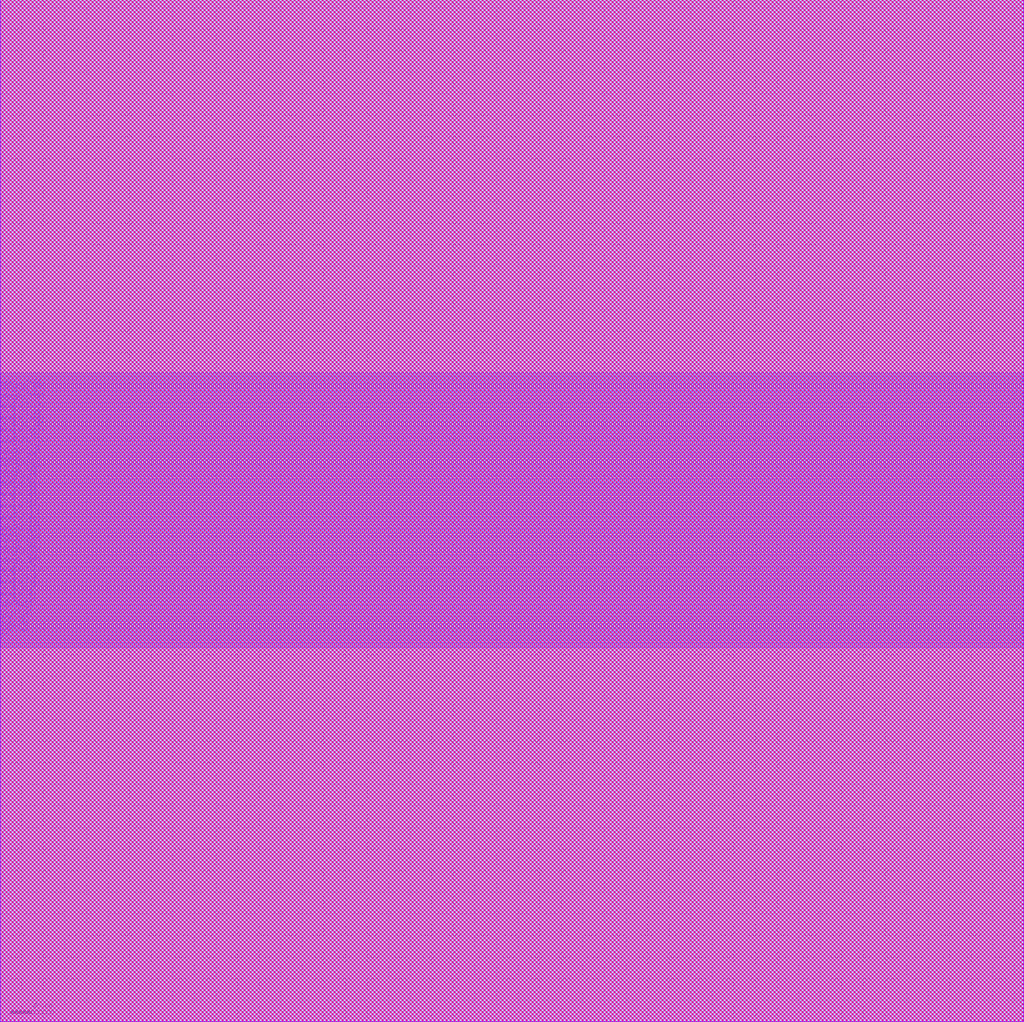
<source format=lef>
##
## LEF for PtnCells ;
## created by Innovus v19.17-s077_1 on Wed Mar 22 20:50:28 2023
##

VERSION 5.8 ;

BUSBITCHARS "[]" ;
DIVIDERCHAR "/" ;

MACRO fullchip
  CLASS BLOCK ;
  SIZE 474.400000 BY 473.600000 ;
  FOREIGN fullchip 0.000000 0.000000 ;
  ORIGIN 0 0 ;
  SYMMETRY X Y R90 ;
  PIN clk
    DIRECTION INPUT ;
    USE SIGNAL ;
    PORT
      LAYER M3 ;
        RECT 0.000000 178.150000 0.600000 178.250000 ;
    END
  END clk
  PIN mem_in[127]
    DIRECTION INPUT ;
    USE SIGNAL ;
    PORT
      LAYER M3 ;
        RECT 0.000000 294.150000 0.600000 294.250000 ;
    END
  END mem_in[127]
  PIN mem_in[126]
    DIRECTION INPUT ;
    USE SIGNAL ;
    PORT
      LAYER M3 ;
        RECT 0.000000 293.350000 0.600000 293.450000 ;
    END
  END mem_in[126]
  PIN mem_in[125]
    DIRECTION INPUT ;
    USE SIGNAL ;
    PORT
      LAYER M3 ;
        RECT 0.000000 292.550000 0.600000 292.650000 ;
    END
  END mem_in[125]
  PIN mem_in[124]
    DIRECTION INPUT ;
    USE SIGNAL ;
    PORT
      LAYER M3 ;
        RECT 0.000000 291.750000 0.600000 291.850000 ;
    END
  END mem_in[124]
  PIN mem_in[123]
    DIRECTION INPUT ;
    USE SIGNAL ;
    PORT
      LAYER M3 ;
        RECT 0.000000 290.950000 0.600000 291.050000 ;
    END
  END mem_in[123]
  PIN mem_in[122]
    DIRECTION INPUT ;
    USE SIGNAL ;
    PORT
      LAYER M3 ;
        RECT 0.000000 290.150000 0.600000 290.250000 ;
    END
  END mem_in[122]
  PIN mem_in[121]
    DIRECTION INPUT ;
    USE SIGNAL ;
    PORT
      LAYER M3 ;
        RECT 0.000000 289.350000 0.600000 289.450000 ;
    END
  END mem_in[121]
  PIN mem_in[120]
    DIRECTION INPUT ;
    USE SIGNAL ;
    PORT
      LAYER M3 ;
        RECT 0.000000 288.550000 0.600000 288.650000 ;
    END
  END mem_in[120]
  PIN mem_in[119]
    DIRECTION INPUT ;
    USE SIGNAL ;
    PORT
      LAYER M3 ;
        RECT 0.000000 287.750000 0.600000 287.850000 ;
    END
  END mem_in[119]
  PIN mem_in[118]
    DIRECTION INPUT ;
    USE SIGNAL ;
    PORT
      LAYER M3 ;
        RECT 0.000000 286.950000 0.600000 287.050000 ;
    END
  END mem_in[118]
  PIN mem_in[117]
    DIRECTION INPUT ;
    USE SIGNAL ;
    PORT
      LAYER M3 ;
        RECT 0.000000 286.150000 0.600000 286.250000 ;
    END
  END mem_in[117]
  PIN mem_in[116]
    DIRECTION INPUT ;
    USE SIGNAL ;
    PORT
      LAYER M3 ;
        RECT 0.000000 285.350000 0.600000 285.450000 ;
    END
  END mem_in[116]
  PIN mem_in[115]
    DIRECTION INPUT ;
    USE SIGNAL ;
    PORT
      LAYER M3 ;
        RECT 0.000000 284.550000 0.600000 284.650000 ;
    END
  END mem_in[115]
  PIN mem_in[114]
    DIRECTION INPUT ;
    USE SIGNAL ;
    PORT
      LAYER M3 ;
        RECT 0.000000 283.750000 0.600000 283.850000 ;
    END
  END mem_in[114]
  PIN mem_in[113]
    DIRECTION INPUT ;
    USE SIGNAL ;
    PORT
      LAYER M3 ;
        RECT 0.000000 282.950000 0.600000 283.050000 ;
    END
  END mem_in[113]
  PIN mem_in[112]
    DIRECTION INPUT ;
    USE SIGNAL ;
    PORT
      LAYER M3 ;
        RECT 0.000000 282.150000 0.600000 282.250000 ;
    END
  END mem_in[112]
  PIN mem_in[111]
    DIRECTION INPUT ;
    USE SIGNAL ;
    PORT
      LAYER M3 ;
        RECT 0.000000 281.350000 0.600000 281.450000 ;
    END
  END mem_in[111]
  PIN mem_in[110]
    DIRECTION INPUT ;
    USE SIGNAL ;
    PORT
      LAYER M3 ;
        RECT 0.000000 280.550000 0.600000 280.650000 ;
    END
  END mem_in[110]
  PIN mem_in[109]
    DIRECTION INPUT ;
    USE SIGNAL ;
    PORT
      LAYER M3 ;
        RECT 0.000000 279.750000 0.600000 279.850000 ;
    END
  END mem_in[109]
  PIN mem_in[108]
    DIRECTION INPUT ;
    USE SIGNAL ;
    PORT
      LAYER M3 ;
        RECT 0.000000 278.950000 0.600000 279.050000 ;
    END
  END mem_in[108]
  PIN mem_in[107]
    DIRECTION INPUT ;
    USE SIGNAL ;
    PORT
      LAYER M3 ;
        RECT 0.000000 278.150000 0.600000 278.250000 ;
    END
  END mem_in[107]
  PIN mem_in[106]
    DIRECTION INPUT ;
    USE SIGNAL ;
    PORT
      LAYER M3 ;
        RECT 0.000000 277.350000 0.600000 277.450000 ;
    END
  END mem_in[106]
  PIN mem_in[105]
    DIRECTION INPUT ;
    USE SIGNAL ;
    PORT
      LAYER M3 ;
        RECT 0.000000 276.550000 0.600000 276.650000 ;
    END
  END mem_in[105]
  PIN mem_in[104]
    DIRECTION INPUT ;
    USE SIGNAL ;
    PORT
      LAYER M3 ;
        RECT 0.000000 275.750000 0.600000 275.850000 ;
    END
  END mem_in[104]
  PIN mem_in[103]
    DIRECTION INPUT ;
    USE SIGNAL ;
    PORT
      LAYER M3 ;
        RECT 0.000000 274.950000 0.600000 275.050000 ;
    END
  END mem_in[103]
  PIN mem_in[102]
    DIRECTION INPUT ;
    USE SIGNAL ;
    PORT
      LAYER M3 ;
        RECT 0.000000 274.150000 0.600000 274.250000 ;
    END
  END mem_in[102]
  PIN mem_in[101]
    DIRECTION INPUT ;
    USE SIGNAL ;
    PORT
      LAYER M3 ;
        RECT 0.000000 273.350000 0.600000 273.450000 ;
    END
  END mem_in[101]
  PIN mem_in[100]
    DIRECTION INPUT ;
    USE SIGNAL ;
    PORT
      LAYER M3 ;
        RECT 0.000000 272.550000 0.600000 272.650000 ;
    END
  END mem_in[100]
  PIN mem_in[99]
    DIRECTION INPUT ;
    USE SIGNAL ;
    PORT
      LAYER M3 ;
        RECT 0.000000 271.750000 0.600000 271.850000 ;
    END
  END mem_in[99]
  PIN mem_in[98]
    DIRECTION INPUT ;
    USE SIGNAL ;
    PORT
      LAYER M3 ;
        RECT 0.000000 270.950000 0.600000 271.050000 ;
    END
  END mem_in[98]
  PIN mem_in[97]
    DIRECTION INPUT ;
    USE SIGNAL ;
    PORT
      LAYER M3 ;
        RECT 0.000000 270.150000 0.600000 270.250000 ;
    END
  END mem_in[97]
  PIN mem_in[96]
    DIRECTION INPUT ;
    USE SIGNAL ;
    PORT
      LAYER M3 ;
        RECT 0.000000 269.350000 0.600000 269.450000 ;
    END
  END mem_in[96]
  PIN mem_in[95]
    DIRECTION INPUT ;
    USE SIGNAL ;
    PORT
      LAYER M3 ;
        RECT 0.000000 268.550000 0.600000 268.650000 ;
    END
  END mem_in[95]
  PIN mem_in[94]
    DIRECTION INPUT ;
    USE SIGNAL ;
    PORT
      LAYER M3 ;
        RECT 0.000000 267.750000 0.600000 267.850000 ;
    END
  END mem_in[94]
  PIN mem_in[93]
    DIRECTION INPUT ;
    USE SIGNAL ;
    PORT
      LAYER M3 ;
        RECT 0.000000 266.950000 0.600000 267.050000 ;
    END
  END mem_in[93]
  PIN mem_in[92]
    DIRECTION INPUT ;
    USE SIGNAL ;
    PORT
      LAYER M3 ;
        RECT 0.000000 266.150000 0.600000 266.250000 ;
    END
  END mem_in[92]
  PIN mem_in[91]
    DIRECTION INPUT ;
    USE SIGNAL ;
    PORT
      LAYER M3 ;
        RECT 0.000000 265.350000 0.600000 265.450000 ;
    END
  END mem_in[91]
  PIN mem_in[90]
    DIRECTION INPUT ;
    USE SIGNAL ;
    PORT
      LAYER M3 ;
        RECT 0.000000 264.550000 0.600000 264.650000 ;
    END
  END mem_in[90]
  PIN mem_in[89]
    DIRECTION INPUT ;
    USE SIGNAL ;
    PORT
      LAYER M3 ;
        RECT 0.000000 263.750000 0.600000 263.850000 ;
    END
  END mem_in[89]
  PIN mem_in[88]
    DIRECTION INPUT ;
    USE SIGNAL ;
    PORT
      LAYER M3 ;
        RECT 0.000000 262.950000 0.600000 263.050000 ;
    END
  END mem_in[88]
  PIN mem_in[87]
    DIRECTION INPUT ;
    USE SIGNAL ;
    PORT
      LAYER M3 ;
        RECT 0.000000 262.150000 0.600000 262.250000 ;
    END
  END mem_in[87]
  PIN mem_in[86]
    DIRECTION INPUT ;
    USE SIGNAL ;
    PORT
      LAYER M3 ;
        RECT 0.000000 261.350000 0.600000 261.450000 ;
    END
  END mem_in[86]
  PIN mem_in[85]
    DIRECTION INPUT ;
    USE SIGNAL ;
    PORT
      LAYER M3 ;
        RECT 0.000000 260.550000 0.600000 260.650000 ;
    END
  END mem_in[85]
  PIN mem_in[84]
    DIRECTION INPUT ;
    USE SIGNAL ;
    PORT
      LAYER M3 ;
        RECT 0.000000 259.750000 0.600000 259.850000 ;
    END
  END mem_in[84]
  PIN mem_in[83]
    DIRECTION INPUT ;
    USE SIGNAL ;
    PORT
      LAYER M3 ;
        RECT 0.000000 258.950000 0.600000 259.050000 ;
    END
  END mem_in[83]
  PIN mem_in[82]
    DIRECTION INPUT ;
    USE SIGNAL ;
    PORT
      LAYER M3 ;
        RECT 0.000000 258.150000 0.600000 258.250000 ;
    END
  END mem_in[82]
  PIN mem_in[81]
    DIRECTION INPUT ;
    USE SIGNAL ;
    PORT
      LAYER M3 ;
        RECT 0.000000 257.350000 0.600000 257.450000 ;
    END
  END mem_in[81]
  PIN mem_in[80]
    DIRECTION INPUT ;
    USE SIGNAL ;
    PORT
      LAYER M3 ;
        RECT 0.000000 256.550000 0.600000 256.650000 ;
    END
  END mem_in[80]
  PIN mem_in[79]
    DIRECTION INPUT ;
    USE SIGNAL ;
    PORT
      LAYER M3 ;
        RECT 0.000000 255.750000 0.600000 255.850000 ;
    END
  END mem_in[79]
  PIN mem_in[78]
    DIRECTION INPUT ;
    USE SIGNAL ;
    PORT
      LAYER M3 ;
        RECT 0.000000 254.950000 0.600000 255.050000 ;
    END
  END mem_in[78]
  PIN mem_in[77]
    DIRECTION INPUT ;
    USE SIGNAL ;
    PORT
      LAYER M3 ;
        RECT 0.000000 254.150000 0.600000 254.250000 ;
    END
  END mem_in[77]
  PIN mem_in[76]
    DIRECTION INPUT ;
    USE SIGNAL ;
    PORT
      LAYER M3 ;
        RECT 0.000000 253.350000 0.600000 253.450000 ;
    END
  END mem_in[76]
  PIN mem_in[75]
    DIRECTION INPUT ;
    USE SIGNAL ;
    PORT
      LAYER M3 ;
        RECT 0.000000 252.550000 0.600000 252.650000 ;
    END
  END mem_in[75]
  PIN mem_in[74]
    DIRECTION INPUT ;
    USE SIGNAL ;
    PORT
      LAYER M3 ;
        RECT 0.000000 251.750000 0.600000 251.850000 ;
    END
  END mem_in[74]
  PIN mem_in[73]
    DIRECTION INPUT ;
    USE SIGNAL ;
    PORT
      LAYER M3 ;
        RECT 0.000000 250.950000 0.600000 251.050000 ;
    END
  END mem_in[73]
  PIN mem_in[72]
    DIRECTION INPUT ;
    USE SIGNAL ;
    PORT
      LAYER M3 ;
        RECT 0.000000 250.150000 0.600000 250.250000 ;
    END
  END mem_in[72]
  PIN mem_in[71]
    DIRECTION INPUT ;
    USE SIGNAL ;
    PORT
      LAYER M3 ;
        RECT 0.000000 249.350000 0.600000 249.450000 ;
    END
  END mem_in[71]
  PIN mem_in[70]
    DIRECTION INPUT ;
    USE SIGNAL ;
    PORT
      LAYER M3 ;
        RECT 0.000000 248.550000 0.600000 248.650000 ;
    END
  END mem_in[70]
  PIN mem_in[69]
    DIRECTION INPUT ;
    USE SIGNAL ;
    PORT
      LAYER M3 ;
        RECT 0.000000 247.750000 0.600000 247.850000 ;
    END
  END mem_in[69]
  PIN mem_in[68]
    DIRECTION INPUT ;
    USE SIGNAL ;
    PORT
      LAYER M3 ;
        RECT 0.000000 246.950000 0.600000 247.050000 ;
    END
  END mem_in[68]
  PIN mem_in[67]
    DIRECTION INPUT ;
    USE SIGNAL ;
    PORT
      LAYER M3 ;
        RECT 0.000000 246.150000 0.600000 246.250000 ;
    END
  END mem_in[67]
  PIN mem_in[66]
    DIRECTION INPUT ;
    USE SIGNAL ;
    PORT
      LAYER M3 ;
        RECT 0.000000 245.350000 0.600000 245.450000 ;
    END
  END mem_in[66]
  PIN mem_in[65]
    DIRECTION INPUT ;
    USE SIGNAL ;
    PORT
      LAYER M3 ;
        RECT 0.000000 244.550000 0.600000 244.650000 ;
    END
  END mem_in[65]
  PIN mem_in[64]
    DIRECTION INPUT ;
    USE SIGNAL ;
    PORT
      LAYER M3 ;
        RECT 0.000000 243.750000 0.600000 243.850000 ;
    END
  END mem_in[64]
  PIN mem_in[63]
    DIRECTION INPUT ;
    USE SIGNAL ;
    PORT
      LAYER M3 ;
        RECT 0.000000 242.950000 0.600000 243.050000 ;
    END
  END mem_in[63]
  PIN mem_in[62]
    DIRECTION INPUT ;
    USE SIGNAL ;
    PORT
      LAYER M3 ;
        RECT 0.000000 242.150000 0.600000 242.250000 ;
    END
  END mem_in[62]
  PIN mem_in[61]
    DIRECTION INPUT ;
    USE SIGNAL ;
    PORT
      LAYER M3 ;
        RECT 0.000000 241.350000 0.600000 241.450000 ;
    END
  END mem_in[61]
  PIN mem_in[60]
    DIRECTION INPUT ;
    USE SIGNAL ;
    PORT
      LAYER M3 ;
        RECT 0.000000 240.550000 0.600000 240.650000 ;
    END
  END mem_in[60]
  PIN mem_in[59]
    DIRECTION INPUT ;
    USE SIGNAL ;
    PORT
      LAYER M3 ;
        RECT 0.000000 239.750000 0.600000 239.850000 ;
    END
  END mem_in[59]
  PIN mem_in[58]
    DIRECTION INPUT ;
    USE SIGNAL ;
    PORT
      LAYER M3 ;
        RECT 0.000000 238.950000 0.600000 239.050000 ;
    END
  END mem_in[58]
  PIN mem_in[57]
    DIRECTION INPUT ;
    USE SIGNAL ;
    PORT
      LAYER M3 ;
        RECT 0.000000 238.150000 0.600000 238.250000 ;
    END
  END mem_in[57]
  PIN mem_in[56]
    DIRECTION INPUT ;
    USE SIGNAL ;
    PORT
      LAYER M3 ;
        RECT 0.000000 237.350000 0.600000 237.450000 ;
    END
  END mem_in[56]
  PIN mem_in[55]
    DIRECTION INPUT ;
    USE SIGNAL ;
    PORT
      LAYER M3 ;
        RECT 0.000000 236.550000 0.600000 236.650000 ;
    END
  END mem_in[55]
  PIN mem_in[54]
    DIRECTION INPUT ;
    USE SIGNAL ;
    PORT
      LAYER M3 ;
        RECT 0.000000 235.750000 0.600000 235.850000 ;
    END
  END mem_in[54]
  PIN mem_in[53]
    DIRECTION INPUT ;
    USE SIGNAL ;
    PORT
      LAYER M3 ;
        RECT 0.000000 234.950000 0.600000 235.050000 ;
    END
  END mem_in[53]
  PIN mem_in[52]
    DIRECTION INPUT ;
    USE SIGNAL ;
    PORT
      LAYER M3 ;
        RECT 0.000000 234.150000 0.600000 234.250000 ;
    END
  END mem_in[52]
  PIN mem_in[51]
    DIRECTION INPUT ;
    USE SIGNAL ;
    PORT
      LAYER M3 ;
        RECT 0.000000 233.350000 0.600000 233.450000 ;
    END
  END mem_in[51]
  PIN mem_in[50]
    DIRECTION INPUT ;
    USE SIGNAL ;
    PORT
      LAYER M3 ;
        RECT 0.000000 232.550000 0.600000 232.650000 ;
    END
  END mem_in[50]
  PIN mem_in[49]
    DIRECTION INPUT ;
    USE SIGNAL ;
    PORT
      LAYER M3 ;
        RECT 0.000000 231.750000 0.600000 231.850000 ;
    END
  END mem_in[49]
  PIN mem_in[48]
    DIRECTION INPUT ;
    USE SIGNAL ;
    PORT
      LAYER M3 ;
        RECT 0.000000 230.950000 0.600000 231.050000 ;
    END
  END mem_in[48]
  PIN mem_in[47]
    DIRECTION INPUT ;
    USE SIGNAL ;
    PORT
      LAYER M3 ;
        RECT 0.000000 230.150000 0.600000 230.250000 ;
    END
  END mem_in[47]
  PIN mem_in[46]
    DIRECTION INPUT ;
    USE SIGNAL ;
    PORT
      LAYER M3 ;
        RECT 0.000000 229.350000 0.600000 229.450000 ;
    END
  END mem_in[46]
  PIN mem_in[45]
    DIRECTION INPUT ;
    USE SIGNAL ;
    PORT
      LAYER M3 ;
        RECT 0.000000 228.550000 0.600000 228.650000 ;
    END
  END mem_in[45]
  PIN mem_in[44]
    DIRECTION INPUT ;
    USE SIGNAL ;
    PORT
      LAYER M3 ;
        RECT 0.000000 227.750000 0.600000 227.850000 ;
    END
  END mem_in[44]
  PIN mem_in[43]
    DIRECTION INPUT ;
    USE SIGNAL ;
    PORT
      LAYER M3 ;
        RECT 0.000000 226.950000 0.600000 227.050000 ;
    END
  END mem_in[43]
  PIN mem_in[42]
    DIRECTION INPUT ;
    USE SIGNAL ;
    PORT
      LAYER M3 ;
        RECT 0.000000 226.150000 0.600000 226.250000 ;
    END
  END mem_in[42]
  PIN mem_in[41]
    DIRECTION INPUT ;
    USE SIGNAL ;
    PORT
      LAYER M3 ;
        RECT 0.000000 225.350000 0.600000 225.450000 ;
    END
  END mem_in[41]
  PIN mem_in[40]
    DIRECTION INPUT ;
    USE SIGNAL ;
    PORT
      LAYER M3 ;
        RECT 0.000000 224.550000 0.600000 224.650000 ;
    END
  END mem_in[40]
  PIN mem_in[39]
    DIRECTION INPUT ;
    USE SIGNAL ;
    PORT
      LAYER M3 ;
        RECT 0.000000 223.750000 0.600000 223.850000 ;
    END
  END mem_in[39]
  PIN mem_in[38]
    DIRECTION INPUT ;
    USE SIGNAL ;
    PORT
      LAYER M3 ;
        RECT 0.000000 222.950000 0.600000 223.050000 ;
    END
  END mem_in[38]
  PIN mem_in[37]
    DIRECTION INPUT ;
    USE SIGNAL ;
    PORT
      LAYER M3 ;
        RECT 0.000000 222.150000 0.600000 222.250000 ;
    END
  END mem_in[37]
  PIN mem_in[36]
    DIRECTION INPUT ;
    USE SIGNAL ;
    PORT
      LAYER M3 ;
        RECT 0.000000 221.350000 0.600000 221.450000 ;
    END
  END mem_in[36]
  PIN mem_in[35]
    DIRECTION INPUT ;
    USE SIGNAL ;
    PORT
      LAYER M3 ;
        RECT 0.000000 220.550000 0.600000 220.650000 ;
    END
  END mem_in[35]
  PIN mem_in[34]
    DIRECTION INPUT ;
    USE SIGNAL ;
    PORT
      LAYER M3 ;
        RECT 0.000000 219.750000 0.600000 219.850000 ;
    END
  END mem_in[34]
  PIN mem_in[33]
    DIRECTION INPUT ;
    USE SIGNAL ;
    PORT
      LAYER M3 ;
        RECT 0.000000 218.950000 0.600000 219.050000 ;
    END
  END mem_in[33]
  PIN mem_in[32]
    DIRECTION INPUT ;
    USE SIGNAL ;
    PORT
      LAYER M3 ;
        RECT 0.000000 218.150000 0.600000 218.250000 ;
    END
  END mem_in[32]
  PIN mem_in[31]
    DIRECTION INPUT ;
    USE SIGNAL ;
    PORT
      LAYER M3 ;
        RECT 0.000000 217.350000 0.600000 217.450000 ;
    END
  END mem_in[31]
  PIN mem_in[30]
    DIRECTION INPUT ;
    USE SIGNAL ;
    PORT
      LAYER M3 ;
        RECT 0.000000 216.550000 0.600000 216.650000 ;
    END
  END mem_in[30]
  PIN mem_in[29]
    DIRECTION INPUT ;
    USE SIGNAL ;
    PORT
      LAYER M3 ;
        RECT 0.000000 215.750000 0.600000 215.850000 ;
    END
  END mem_in[29]
  PIN mem_in[28]
    DIRECTION INPUT ;
    USE SIGNAL ;
    PORT
      LAYER M3 ;
        RECT 0.000000 214.950000 0.600000 215.050000 ;
    END
  END mem_in[28]
  PIN mem_in[27]
    DIRECTION INPUT ;
    USE SIGNAL ;
    PORT
      LAYER M3 ;
        RECT 0.000000 214.150000 0.600000 214.250000 ;
    END
  END mem_in[27]
  PIN mem_in[26]
    DIRECTION INPUT ;
    USE SIGNAL ;
    PORT
      LAYER M3 ;
        RECT 0.000000 213.350000 0.600000 213.450000 ;
    END
  END mem_in[26]
  PIN mem_in[25]
    DIRECTION INPUT ;
    USE SIGNAL ;
    PORT
      LAYER M3 ;
        RECT 0.000000 212.550000 0.600000 212.650000 ;
    END
  END mem_in[25]
  PIN mem_in[24]
    DIRECTION INPUT ;
    USE SIGNAL ;
    PORT
      LAYER M3 ;
        RECT 0.000000 211.750000 0.600000 211.850000 ;
    END
  END mem_in[24]
  PIN mem_in[23]
    DIRECTION INPUT ;
    USE SIGNAL ;
    PORT
      LAYER M3 ;
        RECT 0.000000 210.950000 0.600000 211.050000 ;
    END
  END mem_in[23]
  PIN mem_in[22]
    DIRECTION INPUT ;
    USE SIGNAL ;
    PORT
      LAYER M3 ;
        RECT 0.000000 210.150000 0.600000 210.250000 ;
    END
  END mem_in[22]
  PIN mem_in[21]
    DIRECTION INPUT ;
    USE SIGNAL ;
    PORT
      LAYER M3 ;
        RECT 0.000000 209.350000 0.600000 209.450000 ;
    END
  END mem_in[21]
  PIN mem_in[20]
    DIRECTION INPUT ;
    USE SIGNAL ;
    PORT
      LAYER M3 ;
        RECT 0.000000 208.550000 0.600000 208.650000 ;
    END
  END mem_in[20]
  PIN mem_in[19]
    DIRECTION INPUT ;
    USE SIGNAL ;
    PORT
      LAYER M3 ;
        RECT 0.000000 207.750000 0.600000 207.850000 ;
    END
  END mem_in[19]
  PIN mem_in[18]
    DIRECTION INPUT ;
    USE SIGNAL ;
    PORT
      LAYER M3 ;
        RECT 0.000000 206.950000 0.600000 207.050000 ;
    END
  END mem_in[18]
  PIN mem_in[17]
    DIRECTION INPUT ;
    USE SIGNAL ;
    PORT
      LAYER M3 ;
        RECT 0.000000 206.150000 0.600000 206.250000 ;
    END
  END mem_in[17]
  PIN mem_in[16]
    DIRECTION INPUT ;
    USE SIGNAL ;
    PORT
      LAYER M3 ;
        RECT 0.000000 205.350000 0.600000 205.450000 ;
    END
  END mem_in[16]
  PIN mem_in[15]
    DIRECTION INPUT ;
    USE SIGNAL ;
    PORT
      LAYER M3 ;
        RECT 0.000000 204.550000 0.600000 204.650000 ;
    END
  END mem_in[15]
  PIN mem_in[14]
    DIRECTION INPUT ;
    USE SIGNAL ;
    PORT
      LAYER M3 ;
        RECT 0.000000 203.750000 0.600000 203.850000 ;
    END
  END mem_in[14]
  PIN mem_in[13]
    DIRECTION INPUT ;
    USE SIGNAL ;
    PORT
      LAYER M3 ;
        RECT 0.000000 202.950000 0.600000 203.050000 ;
    END
  END mem_in[13]
  PIN mem_in[12]
    DIRECTION INPUT ;
    USE SIGNAL ;
    PORT
      LAYER M3 ;
        RECT 0.000000 202.150000 0.600000 202.250000 ;
    END
  END mem_in[12]
  PIN mem_in[11]
    DIRECTION INPUT ;
    USE SIGNAL ;
    PORT
      LAYER M3 ;
        RECT 0.000000 201.350000 0.600000 201.450000 ;
    END
  END mem_in[11]
  PIN mem_in[10]
    DIRECTION INPUT ;
    USE SIGNAL ;
    PORT
      LAYER M3 ;
        RECT 0.000000 200.550000 0.600000 200.650000 ;
    END
  END mem_in[10]
  PIN mem_in[9]
    DIRECTION INPUT ;
    USE SIGNAL ;
    PORT
      LAYER M3 ;
        RECT 0.000000 199.750000 0.600000 199.850000 ;
    END
  END mem_in[9]
  PIN mem_in[8]
    DIRECTION INPUT ;
    USE SIGNAL ;
    PORT
      LAYER M3 ;
        RECT 0.000000 198.950000 0.600000 199.050000 ;
    END
  END mem_in[8]
  PIN mem_in[7]
    DIRECTION INPUT ;
    USE SIGNAL ;
    PORT
      LAYER M3 ;
        RECT 0.000000 198.150000 0.600000 198.250000 ;
    END
  END mem_in[7]
  PIN mem_in[6]
    DIRECTION INPUT ;
    USE SIGNAL ;
    PORT
      LAYER M3 ;
        RECT 0.000000 197.350000 0.600000 197.450000 ;
    END
  END mem_in[6]
  PIN mem_in[5]
    DIRECTION INPUT ;
    USE SIGNAL ;
    PORT
      LAYER M3 ;
        RECT 0.000000 196.550000 0.600000 196.650000 ;
    END
  END mem_in[5]
  PIN mem_in[4]
    DIRECTION INPUT ;
    USE SIGNAL ;
    PORT
      LAYER M3 ;
        RECT 0.000000 195.750000 0.600000 195.850000 ;
    END
  END mem_in[4]
  PIN mem_in[3]
    DIRECTION INPUT ;
    USE SIGNAL ;
    PORT
      LAYER M3 ;
        RECT 0.000000 194.950000 0.600000 195.050000 ;
    END
  END mem_in[3]
  PIN mem_in[2]
    DIRECTION INPUT ;
    USE SIGNAL ;
    PORT
      LAYER M3 ;
        RECT 0.000000 194.150000 0.600000 194.250000 ;
    END
  END mem_in[2]
  PIN mem_in[1]
    DIRECTION INPUT ;
    USE SIGNAL ;
    PORT
      LAYER M3 ;
        RECT 0.000000 193.350000 0.600000 193.450000 ;
    END
  END mem_in[1]
  PIN mem_in[0]
    DIRECTION INPUT ;
    USE SIGNAL ;
    PORT
      LAYER M3 ;
        RECT 0.000000 192.550000 0.600000 192.650000 ;
    END
  END mem_in[0]
  PIN inst[16]
    DIRECTION INPUT ;
    USE SIGNAL ;
    PORT
      LAYER M3 ;
        RECT 0.000000 191.750000 0.600000 191.850000 ;
    END
  END inst[16]
  PIN inst[15]
    DIRECTION INPUT ;
    USE SIGNAL ;
    PORT
      LAYER M3 ;
        RECT 0.000000 190.950000 0.600000 191.050000 ;
    END
  END inst[15]
  PIN inst[14]
    DIRECTION INPUT ;
    USE SIGNAL ;
    PORT
      LAYER M3 ;
        RECT 0.000000 190.150000 0.600000 190.250000 ;
    END
  END inst[14]
  PIN inst[13]
    DIRECTION INPUT ;
    USE SIGNAL ;
    PORT
      LAYER M3 ;
        RECT 0.000000 189.350000 0.600000 189.450000 ;
    END
  END inst[13]
  PIN inst[12]
    DIRECTION INPUT ;
    USE SIGNAL ;
    PORT
      LAYER M3 ;
        RECT 0.000000 188.550000 0.600000 188.650000 ;
    END
  END inst[12]
  PIN inst[11]
    DIRECTION INPUT ;
    USE SIGNAL ;
    PORT
      LAYER M3 ;
        RECT 0.000000 187.750000 0.600000 187.850000 ;
    END
  END inst[11]
  PIN inst[10]
    DIRECTION INPUT ;
    USE SIGNAL ;
    PORT
      LAYER M3 ;
        RECT 0.000000 186.950000 0.600000 187.050000 ;
    END
  END inst[10]
  PIN inst[9]
    DIRECTION INPUT ;
    USE SIGNAL ;
    PORT
      LAYER M3 ;
        RECT 0.000000 186.150000 0.600000 186.250000 ;
    END
  END inst[9]
  PIN inst[8]
    DIRECTION INPUT ;
    USE SIGNAL ;
    PORT
      LAYER M3 ;
        RECT 0.000000 185.350000 0.600000 185.450000 ;
    END
  END inst[8]
  PIN inst[7]
    DIRECTION INPUT ;
    USE SIGNAL ;
    PORT
      LAYER M3 ;
        RECT 0.000000 184.550000 0.600000 184.650000 ;
    END
  END inst[7]
  PIN inst[6]
    DIRECTION INPUT ;
    USE SIGNAL ;
    PORT
      LAYER M3 ;
        RECT 0.000000 183.750000 0.600000 183.850000 ;
    END
  END inst[6]
  PIN inst[5]
    DIRECTION INPUT ;
    USE SIGNAL ;
    PORT
      LAYER M3 ;
        RECT 0.000000 182.950000 0.600000 183.050000 ;
    END
  END inst[5]
  PIN inst[4]
    DIRECTION INPUT ;
    USE SIGNAL ;
    PORT
      LAYER M3 ;
        RECT 0.000000 182.150000 0.600000 182.250000 ;
    END
  END inst[4]
  PIN inst[3]
    DIRECTION INPUT ;
    USE SIGNAL ;
    PORT
      LAYER M3 ;
        RECT 0.000000 181.350000 0.600000 181.450000 ;
    END
  END inst[3]
  PIN inst[2]
    DIRECTION INPUT ;
    USE SIGNAL ;
    PORT
      LAYER M3 ;
        RECT 0.000000 180.550000 0.600000 180.650000 ;
    END
  END inst[2]
  PIN inst[1]
    DIRECTION INPUT ;
    USE SIGNAL ;
    PORT
      LAYER M3 ;
        RECT 0.000000 179.750000 0.600000 179.850000 ;
    END
  END inst[1]
  PIN inst[0]
    DIRECTION INPUT ;
    USE SIGNAL ;
    PORT
      LAYER M3 ;
        RECT 0.000000 178.950000 0.600000 179.050000 ;
    END
  END inst[0]
  PIN reset
    DIRECTION INPUT ;
    USE SIGNAL ;
    PORT
      LAYER M3 ;
        RECT 0.000000 294.950000 0.600000 295.050000 ;
    END
  END reset
  PIN out[159]
    DIRECTION OUTPUT ;
    USE SIGNAL ;
    PORT
      LAYER M3 ;
        RECT 473.800000 173.350000 474.400000 173.450000 ;
    END
  END out[159]
  PIN out[158]
    DIRECTION OUTPUT ;
    USE SIGNAL ;
    PORT
      LAYER M3 ;
        RECT 473.800000 174.150000 474.400000 174.250000 ;
    END
  END out[158]
  PIN out[157]
    DIRECTION OUTPUT ;
    USE SIGNAL ;
    PORT
      LAYER M3 ;
        RECT 473.800000 174.950000 474.400000 175.050000 ;
    END
  END out[157]
  PIN out[156]
    DIRECTION OUTPUT ;
    USE SIGNAL ;
    PORT
      LAYER M3 ;
        RECT 473.800000 175.750000 474.400000 175.850000 ;
    END
  END out[156]
  PIN out[155]
    DIRECTION OUTPUT ;
    USE SIGNAL ;
    PORT
      LAYER M3 ;
        RECT 473.800000 176.550000 474.400000 176.650000 ;
    END
  END out[155]
  PIN out[154]
    DIRECTION OUTPUT ;
    USE SIGNAL ;
    PORT
      LAYER M3 ;
        RECT 473.800000 177.350000 474.400000 177.450000 ;
    END
  END out[154]
  PIN out[153]
    DIRECTION OUTPUT ;
    USE SIGNAL ;
    PORT
      LAYER M3 ;
        RECT 473.800000 178.150000 474.400000 178.250000 ;
    END
  END out[153]
  PIN out[152]
    DIRECTION OUTPUT ;
    USE SIGNAL ;
    PORT
      LAYER M3 ;
        RECT 473.800000 178.950000 474.400000 179.050000 ;
    END
  END out[152]
  PIN out[151]
    DIRECTION OUTPUT ;
    USE SIGNAL ;
    PORT
      LAYER M3 ;
        RECT 473.800000 179.750000 474.400000 179.850000 ;
    END
  END out[151]
  PIN out[150]
    DIRECTION OUTPUT ;
    USE SIGNAL ;
    PORT
      LAYER M3 ;
        RECT 473.800000 180.550000 474.400000 180.650000 ;
    END
  END out[150]
  PIN out[149]
    DIRECTION OUTPUT ;
    USE SIGNAL ;
    PORT
      LAYER M3 ;
        RECT 473.800000 181.350000 474.400000 181.450000 ;
    END
  END out[149]
  PIN out[148]
    DIRECTION OUTPUT ;
    USE SIGNAL ;
    PORT
      LAYER M3 ;
        RECT 473.800000 182.150000 474.400000 182.250000 ;
    END
  END out[148]
  PIN out[147]
    DIRECTION OUTPUT ;
    USE SIGNAL ;
    PORT
      LAYER M3 ;
        RECT 473.800000 182.950000 474.400000 183.050000 ;
    END
  END out[147]
  PIN out[146]
    DIRECTION OUTPUT ;
    USE SIGNAL ;
    PORT
      LAYER M3 ;
        RECT 473.800000 183.750000 474.400000 183.850000 ;
    END
  END out[146]
  PIN out[145]
    DIRECTION OUTPUT ;
    USE SIGNAL ;
    PORT
      LAYER M3 ;
        RECT 473.800000 184.550000 474.400000 184.650000 ;
    END
  END out[145]
  PIN out[144]
    DIRECTION OUTPUT ;
    USE SIGNAL ;
    PORT
      LAYER M3 ;
        RECT 473.800000 185.350000 474.400000 185.450000 ;
    END
  END out[144]
  PIN out[143]
    DIRECTION OUTPUT ;
    USE SIGNAL ;
    PORT
      LAYER M3 ;
        RECT 473.800000 186.150000 474.400000 186.250000 ;
    END
  END out[143]
  PIN out[142]
    DIRECTION OUTPUT ;
    USE SIGNAL ;
    PORT
      LAYER M3 ;
        RECT 473.800000 186.950000 474.400000 187.050000 ;
    END
  END out[142]
  PIN out[141]
    DIRECTION OUTPUT ;
    USE SIGNAL ;
    PORT
      LAYER M3 ;
        RECT 473.800000 187.750000 474.400000 187.850000 ;
    END
  END out[141]
  PIN out[140]
    DIRECTION OUTPUT ;
    USE SIGNAL ;
    PORT
      LAYER M3 ;
        RECT 473.800000 188.550000 474.400000 188.650000 ;
    END
  END out[140]
  PIN out[139]
    DIRECTION OUTPUT ;
    USE SIGNAL ;
    PORT
      LAYER M3 ;
        RECT 473.800000 189.350000 474.400000 189.450000 ;
    END
  END out[139]
  PIN out[138]
    DIRECTION OUTPUT ;
    USE SIGNAL ;
    PORT
      LAYER M3 ;
        RECT 473.800000 190.150000 474.400000 190.250000 ;
    END
  END out[138]
  PIN out[137]
    DIRECTION OUTPUT ;
    USE SIGNAL ;
    PORT
      LAYER M3 ;
        RECT 473.800000 190.950000 474.400000 191.050000 ;
    END
  END out[137]
  PIN out[136]
    DIRECTION OUTPUT ;
    USE SIGNAL ;
    PORT
      LAYER M3 ;
        RECT 473.800000 191.750000 474.400000 191.850000 ;
    END
  END out[136]
  PIN out[135]
    DIRECTION OUTPUT ;
    USE SIGNAL ;
    PORT
      LAYER M3 ;
        RECT 473.800000 192.550000 474.400000 192.650000 ;
    END
  END out[135]
  PIN out[134]
    DIRECTION OUTPUT ;
    USE SIGNAL ;
    PORT
      LAYER M3 ;
        RECT 473.800000 193.350000 474.400000 193.450000 ;
    END
  END out[134]
  PIN out[133]
    DIRECTION OUTPUT ;
    USE SIGNAL ;
    PORT
      LAYER M3 ;
        RECT 473.800000 194.150000 474.400000 194.250000 ;
    END
  END out[133]
  PIN out[132]
    DIRECTION OUTPUT ;
    USE SIGNAL ;
    PORT
      LAYER M3 ;
        RECT 473.800000 194.950000 474.400000 195.050000 ;
    END
  END out[132]
  PIN out[131]
    DIRECTION OUTPUT ;
    USE SIGNAL ;
    PORT
      LAYER M3 ;
        RECT 473.800000 195.750000 474.400000 195.850000 ;
    END
  END out[131]
  PIN out[130]
    DIRECTION OUTPUT ;
    USE SIGNAL ;
    PORT
      LAYER M3 ;
        RECT 473.800000 196.550000 474.400000 196.650000 ;
    END
  END out[130]
  PIN out[129]
    DIRECTION OUTPUT ;
    USE SIGNAL ;
    PORT
      LAYER M3 ;
        RECT 473.800000 197.350000 474.400000 197.450000 ;
    END
  END out[129]
  PIN out[128]
    DIRECTION OUTPUT ;
    USE SIGNAL ;
    PORT
      LAYER M3 ;
        RECT 473.800000 198.150000 474.400000 198.250000 ;
    END
  END out[128]
  PIN out[127]
    DIRECTION OUTPUT ;
    USE SIGNAL ;
    PORT
      LAYER M3 ;
        RECT 473.800000 198.950000 474.400000 199.050000 ;
    END
  END out[127]
  PIN out[126]
    DIRECTION OUTPUT ;
    USE SIGNAL ;
    PORT
      LAYER M3 ;
        RECT 473.800000 199.750000 474.400000 199.850000 ;
    END
  END out[126]
  PIN out[125]
    DIRECTION OUTPUT ;
    USE SIGNAL ;
    PORT
      LAYER M3 ;
        RECT 473.800000 200.550000 474.400000 200.650000 ;
    END
  END out[125]
  PIN out[124]
    DIRECTION OUTPUT ;
    USE SIGNAL ;
    PORT
      LAYER M3 ;
        RECT 473.800000 201.350000 474.400000 201.450000 ;
    END
  END out[124]
  PIN out[123]
    DIRECTION OUTPUT ;
    USE SIGNAL ;
    PORT
      LAYER M3 ;
        RECT 473.800000 202.150000 474.400000 202.250000 ;
    END
  END out[123]
  PIN out[122]
    DIRECTION OUTPUT ;
    USE SIGNAL ;
    PORT
      LAYER M3 ;
        RECT 473.800000 202.950000 474.400000 203.050000 ;
    END
  END out[122]
  PIN out[121]
    DIRECTION OUTPUT ;
    USE SIGNAL ;
    PORT
      LAYER M3 ;
        RECT 473.800000 203.750000 474.400000 203.850000 ;
    END
  END out[121]
  PIN out[120]
    DIRECTION OUTPUT ;
    USE SIGNAL ;
    PORT
      LAYER M3 ;
        RECT 473.800000 204.550000 474.400000 204.650000 ;
    END
  END out[120]
  PIN out[119]
    DIRECTION OUTPUT ;
    USE SIGNAL ;
    PORT
      LAYER M3 ;
        RECT 473.800000 205.350000 474.400000 205.450000 ;
    END
  END out[119]
  PIN out[118]
    DIRECTION OUTPUT ;
    USE SIGNAL ;
    PORT
      LAYER M3 ;
        RECT 473.800000 206.150000 474.400000 206.250000 ;
    END
  END out[118]
  PIN out[117]
    DIRECTION OUTPUT ;
    USE SIGNAL ;
    PORT
      LAYER M3 ;
        RECT 473.800000 206.950000 474.400000 207.050000 ;
    END
  END out[117]
  PIN out[116]
    DIRECTION OUTPUT ;
    USE SIGNAL ;
    PORT
      LAYER M3 ;
        RECT 473.800000 207.750000 474.400000 207.850000 ;
    END
  END out[116]
  PIN out[115]
    DIRECTION OUTPUT ;
    USE SIGNAL ;
    PORT
      LAYER M3 ;
        RECT 473.800000 208.550000 474.400000 208.650000 ;
    END
  END out[115]
  PIN out[114]
    DIRECTION OUTPUT ;
    USE SIGNAL ;
    PORT
      LAYER M3 ;
        RECT 473.800000 209.350000 474.400000 209.450000 ;
    END
  END out[114]
  PIN out[113]
    DIRECTION OUTPUT ;
    USE SIGNAL ;
    PORT
      LAYER M3 ;
        RECT 473.800000 210.150000 474.400000 210.250000 ;
    END
  END out[113]
  PIN out[112]
    DIRECTION OUTPUT ;
    USE SIGNAL ;
    PORT
      LAYER M3 ;
        RECT 473.800000 210.950000 474.400000 211.050000 ;
    END
  END out[112]
  PIN out[111]
    DIRECTION OUTPUT ;
    USE SIGNAL ;
    PORT
      LAYER M3 ;
        RECT 473.800000 211.750000 474.400000 211.850000 ;
    END
  END out[111]
  PIN out[110]
    DIRECTION OUTPUT ;
    USE SIGNAL ;
    PORT
      LAYER M3 ;
        RECT 473.800000 212.550000 474.400000 212.650000 ;
    END
  END out[110]
  PIN out[109]
    DIRECTION OUTPUT ;
    USE SIGNAL ;
    PORT
      LAYER M3 ;
        RECT 473.800000 213.350000 474.400000 213.450000 ;
    END
  END out[109]
  PIN out[108]
    DIRECTION OUTPUT ;
    USE SIGNAL ;
    PORT
      LAYER M3 ;
        RECT 473.800000 214.150000 474.400000 214.250000 ;
    END
  END out[108]
  PIN out[107]
    DIRECTION OUTPUT ;
    USE SIGNAL ;
    PORT
      LAYER M3 ;
        RECT 473.800000 214.950000 474.400000 215.050000 ;
    END
  END out[107]
  PIN out[106]
    DIRECTION OUTPUT ;
    USE SIGNAL ;
    PORT
      LAYER M3 ;
        RECT 473.800000 215.750000 474.400000 215.850000 ;
    END
  END out[106]
  PIN out[105]
    DIRECTION OUTPUT ;
    USE SIGNAL ;
    PORT
      LAYER M3 ;
        RECT 473.800000 216.550000 474.400000 216.650000 ;
    END
  END out[105]
  PIN out[104]
    DIRECTION OUTPUT ;
    USE SIGNAL ;
    PORT
      LAYER M3 ;
        RECT 473.800000 217.350000 474.400000 217.450000 ;
    END
  END out[104]
  PIN out[103]
    DIRECTION OUTPUT ;
    USE SIGNAL ;
    PORT
      LAYER M3 ;
        RECT 473.800000 218.150000 474.400000 218.250000 ;
    END
  END out[103]
  PIN out[102]
    DIRECTION OUTPUT ;
    USE SIGNAL ;
    PORT
      LAYER M3 ;
        RECT 473.800000 218.950000 474.400000 219.050000 ;
    END
  END out[102]
  PIN out[101]
    DIRECTION OUTPUT ;
    USE SIGNAL ;
    PORT
      LAYER M3 ;
        RECT 473.800000 219.750000 474.400000 219.850000 ;
    END
  END out[101]
  PIN out[100]
    DIRECTION OUTPUT ;
    USE SIGNAL ;
    PORT
      LAYER M3 ;
        RECT 473.800000 220.550000 474.400000 220.650000 ;
    END
  END out[100]
  PIN out[99]
    DIRECTION OUTPUT ;
    USE SIGNAL ;
    PORT
      LAYER M3 ;
        RECT 473.800000 221.350000 474.400000 221.450000 ;
    END
  END out[99]
  PIN out[98]
    DIRECTION OUTPUT ;
    USE SIGNAL ;
    PORT
      LAYER M3 ;
        RECT 473.800000 222.150000 474.400000 222.250000 ;
    END
  END out[98]
  PIN out[97]
    DIRECTION OUTPUT ;
    USE SIGNAL ;
    PORT
      LAYER M3 ;
        RECT 473.800000 222.950000 474.400000 223.050000 ;
    END
  END out[97]
  PIN out[96]
    DIRECTION OUTPUT ;
    USE SIGNAL ;
    PORT
      LAYER M3 ;
        RECT 473.800000 223.750000 474.400000 223.850000 ;
    END
  END out[96]
  PIN out[95]
    DIRECTION OUTPUT ;
    USE SIGNAL ;
    PORT
      LAYER M3 ;
        RECT 473.800000 224.550000 474.400000 224.650000 ;
    END
  END out[95]
  PIN out[94]
    DIRECTION OUTPUT ;
    USE SIGNAL ;
    PORT
      LAYER M3 ;
        RECT 473.800000 225.350000 474.400000 225.450000 ;
    END
  END out[94]
  PIN out[93]
    DIRECTION OUTPUT ;
    USE SIGNAL ;
    PORT
      LAYER M3 ;
        RECT 473.800000 226.150000 474.400000 226.250000 ;
    END
  END out[93]
  PIN out[92]
    DIRECTION OUTPUT ;
    USE SIGNAL ;
    PORT
      LAYER M3 ;
        RECT 473.800000 226.950000 474.400000 227.050000 ;
    END
  END out[92]
  PIN out[91]
    DIRECTION OUTPUT ;
    USE SIGNAL ;
    PORT
      LAYER M3 ;
        RECT 473.800000 227.750000 474.400000 227.850000 ;
    END
  END out[91]
  PIN out[90]
    DIRECTION OUTPUT ;
    USE SIGNAL ;
    PORT
      LAYER M3 ;
        RECT 473.800000 228.550000 474.400000 228.650000 ;
    END
  END out[90]
  PIN out[89]
    DIRECTION OUTPUT ;
    USE SIGNAL ;
    PORT
      LAYER M3 ;
        RECT 473.800000 229.350000 474.400000 229.450000 ;
    END
  END out[89]
  PIN out[88]
    DIRECTION OUTPUT ;
    USE SIGNAL ;
    PORT
      LAYER M3 ;
        RECT 473.800000 230.150000 474.400000 230.250000 ;
    END
  END out[88]
  PIN out[87]
    DIRECTION OUTPUT ;
    USE SIGNAL ;
    PORT
      LAYER M3 ;
        RECT 473.800000 230.950000 474.400000 231.050000 ;
    END
  END out[87]
  PIN out[86]
    DIRECTION OUTPUT ;
    USE SIGNAL ;
    PORT
      LAYER M3 ;
        RECT 473.800000 231.750000 474.400000 231.850000 ;
    END
  END out[86]
  PIN out[85]
    DIRECTION OUTPUT ;
    USE SIGNAL ;
    PORT
      LAYER M3 ;
        RECT 473.800000 232.550000 474.400000 232.650000 ;
    END
  END out[85]
  PIN out[84]
    DIRECTION OUTPUT ;
    USE SIGNAL ;
    PORT
      LAYER M3 ;
        RECT 473.800000 233.350000 474.400000 233.450000 ;
    END
  END out[84]
  PIN out[83]
    DIRECTION OUTPUT ;
    USE SIGNAL ;
    PORT
      LAYER M3 ;
        RECT 473.800000 234.150000 474.400000 234.250000 ;
    END
  END out[83]
  PIN out[82]
    DIRECTION OUTPUT ;
    USE SIGNAL ;
    PORT
      LAYER M3 ;
        RECT 473.800000 234.950000 474.400000 235.050000 ;
    END
  END out[82]
  PIN out[81]
    DIRECTION OUTPUT ;
    USE SIGNAL ;
    PORT
      LAYER M3 ;
        RECT 473.800000 235.750000 474.400000 235.850000 ;
    END
  END out[81]
  PIN out[80]
    DIRECTION OUTPUT ;
    USE SIGNAL ;
    PORT
      LAYER M3 ;
        RECT 473.800000 236.550000 474.400000 236.650000 ;
    END
  END out[80]
  PIN out[79]
    DIRECTION OUTPUT ;
    USE SIGNAL ;
    PORT
      LAYER M3 ;
        RECT 473.800000 237.350000 474.400000 237.450000 ;
    END
  END out[79]
  PIN out[78]
    DIRECTION OUTPUT ;
    USE SIGNAL ;
    PORT
      LAYER M3 ;
        RECT 473.800000 238.150000 474.400000 238.250000 ;
    END
  END out[78]
  PIN out[77]
    DIRECTION OUTPUT ;
    USE SIGNAL ;
    PORT
      LAYER M3 ;
        RECT 473.800000 238.950000 474.400000 239.050000 ;
    END
  END out[77]
  PIN out[76]
    DIRECTION OUTPUT ;
    USE SIGNAL ;
    PORT
      LAYER M3 ;
        RECT 473.800000 239.750000 474.400000 239.850000 ;
    END
  END out[76]
  PIN out[75]
    DIRECTION OUTPUT ;
    USE SIGNAL ;
    PORT
      LAYER M3 ;
        RECT 473.800000 240.550000 474.400000 240.650000 ;
    END
  END out[75]
  PIN out[74]
    DIRECTION OUTPUT ;
    USE SIGNAL ;
    PORT
      LAYER M3 ;
        RECT 473.800000 241.350000 474.400000 241.450000 ;
    END
  END out[74]
  PIN out[73]
    DIRECTION OUTPUT ;
    USE SIGNAL ;
    PORT
      LAYER M3 ;
        RECT 473.800000 242.150000 474.400000 242.250000 ;
    END
  END out[73]
  PIN out[72]
    DIRECTION OUTPUT ;
    USE SIGNAL ;
    PORT
      LAYER M3 ;
        RECT 473.800000 242.950000 474.400000 243.050000 ;
    END
  END out[72]
  PIN out[71]
    DIRECTION OUTPUT ;
    USE SIGNAL ;
    PORT
      LAYER M3 ;
        RECT 473.800000 243.750000 474.400000 243.850000 ;
    END
  END out[71]
  PIN out[70]
    DIRECTION OUTPUT ;
    USE SIGNAL ;
    PORT
      LAYER M3 ;
        RECT 473.800000 244.550000 474.400000 244.650000 ;
    END
  END out[70]
  PIN out[69]
    DIRECTION OUTPUT ;
    USE SIGNAL ;
    PORT
      LAYER M3 ;
        RECT 473.800000 245.350000 474.400000 245.450000 ;
    END
  END out[69]
  PIN out[68]
    DIRECTION OUTPUT ;
    USE SIGNAL ;
    PORT
      LAYER M3 ;
        RECT 473.800000 246.150000 474.400000 246.250000 ;
    END
  END out[68]
  PIN out[67]
    DIRECTION OUTPUT ;
    USE SIGNAL ;
    PORT
      LAYER M3 ;
        RECT 473.800000 246.950000 474.400000 247.050000 ;
    END
  END out[67]
  PIN out[66]
    DIRECTION OUTPUT ;
    USE SIGNAL ;
    PORT
      LAYER M3 ;
        RECT 473.800000 247.750000 474.400000 247.850000 ;
    END
  END out[66]
  PIN out[65]
    DIRECTION OUTPUT ;
    USE SIGNAL ;
    PORT
      LAYER M3 ;
        RECT 473.800000 248.550000 474.400000 248.650000 ;
    END
  END out[65]
  PIN out[64]
    DIRECTION OUTPUT ;
    USE SIGNAL ;
    PORT
      LAYER M3 ;
        RECT 473.800000 249.350000 474.400000 249.450000 ;
    END
  END out[64]
  PIN out[63]
    DIRECTION OUTPUT ;
    USE SIGNAL ;
    PORT
      LAYER M3 ;
        RECT 473.800000 250.150000 474.400000 250.250000 ;
    END
  END out[63]
  PIN out[62]
    DIRECTION OUTPUT ;
    USE SIGNAL ;
    PORT
      LAYER M3 ;
        RECT 473.800000 250.950000 474.400000 251.050000 ;
    END
  END out[62]
  PIN out[61]
    DIRECTION OUTPUT ;
    USE SIGNAL ;
    PORT
      LAYER M3 ;
        RECT 473.800000 251.750000 474.400000 251.850000 ;
    END
  END out[61]
  PIN out[60]
    DIRECTION OUTPUT ;
    USE SIGNAL ;
    PORT
      LAYER M3 ;
        RECT 473.800000 252.550000 474.400000 252.650000 ;
    END
  END out[60]
  PIN out[59]
    DIRECTION OUTPUT ;
    USE SIGNAL ;
    PORT
      LAYER M3 ;
        RECT 473.800000 253.350000 474.400000 253.450000 ;
    END
  END out[59]
  PIN out[58]
    DIRECTION OUTPUT ;
    USE SIGNAL ;
    PORT
      LAYER M3 ;
        RECT 473.800000 254.150000 474.400000 254.250000 ;
    END
  END out[58]
  PIN out[57]
    DIRECTION OUTPUT ;
    USE SIGNAL ;
    PORT
      LAYER M3 ;
        RECT 473.800000 254.950000 474.400000 255.050000 ;
    END
  END out[57]
  PIN out[56]
    DIRECTION OUTPUT ;
    USE SIGNAL ;
    PORT
      LAYER M3 ;
        RECT 473.800000 255.750000 474.400000 255.850000 ;
    END
  END out[56]
  PIN out[55]
    DIRECTION OUTPUT ;
    USE SIGNAL ;
    PORT
      LAYER M3 ;
        RECT 473.800000 256.550000 474.400000 256.650000 ;
    END
  END out[55]
  PIN out[54]
    DIRECTION OUTPUT ;
    USE SIGNAL ;
    PORT
      LAYER M3 ;
        RECT 473.800000 257.350000 474.400000 257.450000 ;
    END
  END out[54]
  PIN out[53]
    DIRECTION OUTPUT ;
    USE SIGNAL ;
    PORT
      LAYER M3 ;
        RECT 473.800000 258.150000 474.400000 258.250000 ;
    END
  END out[53]
  PIN out[52]
    DIRECTION OUTPUT ;
    USE SIGNAL ;
    PORT
      LAYER M3 ;
        RECT 473.800000 258.950000 474.400000 259.050000 ;
    END
  END out[52]
  PIN out[51]
    DIRECTION OUTPUT ;
    USE SIGNAL ;
    PORT
      LAYER M3 ;
        RECT 473.800000 259.750000 474.400000 259.850000 ;
    END
  END out[51]
  PIN out[50]
    DIRECTION OUTPUT ;
    USE SIGNAL ;
    PORT
      LAYER M3 ;
        RECT 473.800000 260.550000 474.400000 260.650000 ;
    END
  END out[50]
  PIN out[49]
    DIRECTION OUTPUT ;
    USE SIGNAL ;
    PORT
      LAYER M3 ;
        RECT 473.800000 261.350000 474.400000 261.450000 ;
    END
  END out[49]
  PIN out[48]
    DIRECTION OUTPUT ;
    USE SIGNAL ;
    PORT
      LAYER M3 ;
        RECT 473.800000 262.150000 474.400000 262.250000 ;
    END
  END out[48]
  PIN out[47]
    DIRECTION OUTPUT ;
    USE SIGNAL ;
    PORT
      LAYER M3 ;
        RECT 473.800000 262.950000 474.400000 263.050000 ;
    END
  END out[47]
  PIN out[46]
    DIRECTION OUTPUT ;
    USE SIGNAL ;
    PORT
      LAYER M3 ;
        RECT 473.800000 263.750000 474.400000 263.850000 ;
    END
  END out[46]
  PIN out[45]
    DIRECTION OUTPUT ;
    USE SIGNAL ;
    PORT
      LAYER M3 ;
        RECT 473.800000 264.550000 474.400000 264.650000 ;
    END
  END out[45]
  PIN out[44]
    DIRECTION OUTPUT ;
    USE SIGNAL ;
    PORT
      LAYER M3 ;
        RECT 473.800000 265.350000 474.400000 265.450000 ;
    END
  END out[44]
  PIN out[43]
    DIRECTION OUTPUT ;
    USE SIGNAL ;
    PORT
      LAYER M3 ;
        RECT 473.800000 266.150000 474.400000 266.250000 ;
    END
  END out[43]
  PIN out[42]
    DIRECTION OUTPUT ;
    USE SIGNAL ;
    PORT
      LAYER M3 ;
        RECT 473.800000 266.950000 474.400000 267.050000 ;
    END
  END out[42]
  PIN out[41]
    DIRECTION OUTPUT ;
    USE SIGNAL ;
    PORT
      LAYER M3 ;
        RECT 473.800000 267.750000 474.400000 267.850000 ;
    END
  END out[41]
  PIN out[40]
    DIRECTION OUTPUT ;
    USE SIGNAL ;
    PORT
      LAYER M3 ;
        RECT 473.800000 268.550000 474.400000 268.650000 ;
    END
  END out[40]
  PIN out[39]
    DIRECTION OUTPUT ;
    USE SIGNAL ;
    PORT
      LAYER M3 ;
        RECT 473.800000 269.350000 474.400000 269.450000 ;
    END
  END out[39]
  PIN out[38]
    DIRECTION OUTPUT ;
    USE SIGNAL ;
    PORT
      LAYER M3 ;
        RECT 473.800000 270.150000 474.400000 270.250000 ;
    END
  END out[38]
  PIN out[37]
    DIRECTION OUTPUT ;
    USE SIGNAL ;
    PORT
      LAYER M3 ;
        RECT 473.800000 270.950000 474.400000 271.050000 ;
    END
  END out[37]
  PIN out[36]
    DIRECTION OUTPUT ;
    USE SIGNAL ;
    PORT
      LAYER M3 ;
        RECT 473.800000 271.750000 474.400000 271.850000 ;
    END
  END out[36]
  PIN out[35]
    DIRECTION OUTPUT ;
    USE SIGNAL ;
    PORT
      LAYER M3 ;
        RECT 473.800000 272.550000 474.400000 272.650000 ;
    END
  END out[35]
  PIN out[34]
    DIRECTION OUTPUT ;
    USE SIGNAL ;
    PORT
      LAYER M3 ;
        RECT 473.800000 273.350000 474.400000 273.450000 ;
    END
  END out[34]
  PIN out[33]
    DIRECTION OUTPUT ;
    USE SIGNAL ;
    PORT
      LAYER M3 ;
        RECT 473.800000 274.150000 474.400000 274.250000 ;
    END
  END out[33]
  PIN out[32]
    DIRECTION OUTPUT ;
    USE SIGNAL ;
    PORT
      LAYER M3 ;
        RECT 473.800000 274.950000 474.400000 275.050000 ;
    END
  END out[32]
  PIN out[31]
    DIRECTION OUTPUT ;
    USE SIGNAL ;
    PORT
      LAYER M3 ;
        RECT 473.800000 275.750000 474.400000 275.850000 ;
    END
  END out[31]
  PIN out[30]
    DIRECTION OUTPUT ;
    USE SIGNAL ;
    PORT
      LAYER M3 ;
        RECT 473.800000 276.550000 474.400000 276.650000 ;
    END
  END out[30]
  PIN out[29]
    DIRECTION OUTPUT ;
    USE SIGNAL ;
    PORT
      LAYER M3 ;
        RECT 473.800000 277.350000 474.400000 277.450000 ;
    END
  END out[29]
  PIN out[28]
    DIRECTION OUTPUT ;
    USE SIGNAL ;
    PORT
      LAYER M3 ;
        RECT 473.800000 278.150000 474.400000 278.250000 ;
    END
  END out[28]
  PIN out[27]
    DIRECTION OUTPUT ;
    USE SIGNAL ;
    PORT
      LAYER M3 ;
        RECT 473.800000 278.950000 474.400000 279.050000 ;
    END
  END out[27]
  PIN out[26]
    DIRECTION OUTPUT ;
    USE SIGNAL ;
    PORT
      LAYER M3 ;
        RECT 473.800000 279.750000 474.400000 279.850000 ;
    END
  END out[26]
  PIN out[25]
    DIRECTION OUTPUT ;
    USE SIGNAL ;
    PORT
      LAYER M3 ;
        RECT 473.800000 280.550000 474.400000 280.650000 ;
    END
  END out[25]
  PIN out[24]
    DIRECTION OUTPUT ;
    USE SIGNAL ;
    PORT
      LAYER M3 ;
        RECT 473.800000 281.350000 474.400000 281.450000 ;
    END
  END out[24]
  PIN out[23]
    DIRECTION OUTPUT ;
    USE SIGNAL ;
    PORT
      LAYER M3 ;
        RECT 473.800000 282.150000 474.400000 282.250000 ;
    END
  END out[23]
  PIN out[22]
    DIRECTION OUTPUT ;
    USE SIGNAL ;
    PORT
      LAYER M3 ;
        RECT 473.800000 282.950000 474.400000 283.050000 ;
    END
  END out[22]
  PIN out[21]
    DIRECTION OUTPUT ;
    USE SIGNAL ;
    PORT
      LAYER M3 ;
        RECT 473.800000 283.750000 474.400000 283.850000 ;
    END
  END out[21]
  PIN out[20]
    DIRECTION OUTPUT ;
    USE SIGNAL ;
    PORT
      LAYER M3 ;
        RECT 473.800000 284.550000 474.400000 284.650000 ;
    END
  END out[20]
  PIN out[19]
    DIRECTION OUTPUT ;
    USE SIGNAL ;
    PORT
      LAYER M3 ;
        RECT 473.800000 285.350000 474.400000 285.450000 ;
    END
  END out[19]
  PIN out[18]
    DIRECTION OUTPUT ;
    USE SIGNAL ;
    PORT
      LAYER M3 ;
        RECT 473.800000 286.150000 474.400000 286.250000 ;
    END
  END out[18]
  PIN out[17]
    DIRECTION OUTPUT ;
    USE SIGNAL ;
    PORT
      LAYER M3 ;
        RECT 473.800000 286.950000 474.400000 287.050000 ;
    END
  END out[17]
  PIN out[16]
    DIRECTION OUTPUT ;
    USE SIGNAL ;
    PORT
      LAYER M3 ;
        RECT 473.800000 287.750000 474.400000 287.850000 ;
    END
  END out[16]
  PIN out[15]
    DIRECTION OUTPUT ;
    USE SIGNAL ;
    PORT
      LAYER M3 ;
        RECT 473.800000 288.550000 474.400000 288.650000 ;
    END
  END out[15]
  PIN out[14]
    DIRECTION OUTPUT ;
    USE SIGNAL ;
    PORT
      LAYER M3 ;
        RECT 473.800000 289.350000 474.400000 289.450000 ;
    END
  END out[14]
  PIN out[13]
    DIRECTION OUTPUT ;
    USE SIGNAL ;
    PORT
      LAYER M3 ;
        RECT 473.800000 290.150000 474.400000 290.250000 ;
    END
  END out[13]
  PIN out[12]
    DIRECTION OUTPUT ;
    USE SIGNAL ;
    PORT
      LAYER M3 ;
        RECT 473.800000 290.950000 474.400000 291.050000 ;
    END
  END out[12]
  PIN out[11]
    DIRECTION OUTPUT ;
    USE SIGNAL ;
    PORT
      LAYER M3 ;
        RECT 473.800000 291.750000 474.400000 291.850000 ;
    END
  END out[11]
  PIN out[10]
    DIRECTION OUTPUT ;
    USE SIGNAL ;
    PORT
      LAYER M3 ;
        RECT 473.800000 292.550000 474.400000 292.650000 ;
    END
  END out[10]
  PIN out[9]
    DIRECTION OUTPUT ;
    USE SIGNAL ;
    PORT
      LAYER M3 ;
        RECT 473.800000 293.350000 474.400000 293.450000 ;
    END
  END out[9]
  PIN out[8]
    DIRECTION OUTPUT ;
    USE SIGNAL ;
    PORT
      LAYER M3 ;
        RECT 473.800000 294.150000 474.400000 294.250000 ;
    END
  END out[8]
  PIN out[7]
    DIRECTION OUTPUT ;
    USE SIGNAL ;
    PORT
      LAYER M3 ;
        RECT 473.800000 294.950000 474.400000 295.050000 ;
    END
  END out[7]
  PIN out[6]
    DIRECTION OUTPUT ;
    USE SIGNAL ;
    PORT
      LAYER M3 ;
        RECT 473.800000 295.750000 474.400000 295.850000 ;
    END
  END out[6]
  PIN out[5]
    DIRECTION OUTPUT ;
    USE SIGNAL ;
    PORT
      LAYER M3 ;
        RECT 473.800000 296.550000 474.400000 296.650000 ;
    END
  END out[5]
  PIN out[4]
    DIRECTION OUTPUT ;
    USE SIGNAL ;
    PORT
      LAYER M3 ;
        RECT 473.800000 297.350000 474.400000 297.450000 ;
    END
  END out[4]
  PIN out[3]
    DIRECTION OUTPUT ;
    USE SIGNAL ;
    PORT
      LAYER M3 ;
        RECT 473.800000 298.150000 474.400000 298.250000 ;
    END
  END out[3]
  PIN out[2]
    DIRECTION OUTPUT ;
    USE SIGNAL ;
    PORT
      LAYER M3 ;
        RECT 473.800000 298.950000 474.400000 299.050000 ;
    END
  END out[2]
  PIN out[1]
    DIRECTION OUTPUT ;
    USE SIGNAL ;
    PORT
      LAYER M3 ;
        RECT 473.800000 299.750000 474.400000 299.850000 ;
    END
  END out[1]
  PIN out[0]
    DIRECTION OUTPUT ;
    USE SIGNAL ;
    PORT
      LAYER M3 ;
        RECT 473.800000 300.550000 474.400000 300.650000 ;
    END
  END out[0]
  OBS
    LAYER M1 ;
      RECT 0.000000 0.000000 474.400000 473.600000 ;
    LAYER M2 ;
      RECT 0.000000 0.000000 474.400000 473.600000 ;
    LAYER M3 ;
      RECT 0.000000 300.750000 474.400000 473.600000 ;
      RECT 0.000000 300.450000 473.680000 300.750000 ;
      RECT 0.000000 299.950000 474.400000 300.450000 ;
      RECT 0.000000 299.650000 473.680000 299.950000 ;
      RECT 0.000000 299.150000 474.400000 299.650000 ;
      RECT 0.000000 298.850000 473.680000 299.150000 ;
      RECT 0.000000 298.350000 474.400000 298.850000 ;
      RECT 0.000000 298.050000 473.680000 298.350000 ;
      RECT 0.000000 297.550000 474.400000 298.050000 ;
      RECT 0.000000 297.250000 473.680000 297.550000 ;
      RECT 0.000000 296.750000 474.400000 297.250000 ;
      RECT 0.000000 296.450000 473.680000 296.750000 ;
      RECT 0.000000 295.950000 474.400000 296.450000 ;
      RECT 0.000000 295.650000 473.680000 295.950000 ;
      RECT 0.000000 295.150000 474.400000 295.650000 ;
      RECT 0.720000 294.850000 473.680000 295.150000 ;
      RECT 0.000000 294.350000 474.400000 294.850000 ;
      RECT 0.720000 294.050000 473.680000 294.350000 ;
      RECT 0.000000 293.550000 474.400000 294.050000 ;
      RECT 0.720000 293.250000 473.680000 293.550000 ;
      RECT 0.000000 292.750000 474.400000 293.250000 ;
      RECT 0.720000 292.450000 473.680000 292.750000 ;
      RECT 0.000000 291.950000 474.400000 292.450000 ;
      RECT 0.720000 291.650000 473.680000 291.950000 ;
      RECT 0.000000 291.150000 474.400000 291.650000 ;
      RECT 0.720000 290.850000 473.680000 291.150000 ;
      RECT 0.000000 290.350000 474.400000 290.850000 ;
      RECT 0.720000 290.050000 473.680000 290.350000 ;
      RECT 0.000000 289.550000 474.400000 290.050000 ;
      RECT 0.720000 289.250000 473.680000 289.550000 ;
      RECT 0.000000 288.750000 474.400000 289.250000 ;
      RECT 0.720000 288.450000 473.680000 288.750000 ;
      RECT 0.000000 287.950000 474.400000 288.450000 ;
      RECT 0.720000 287.650000 473.680000 287.950000 ;
      RECT 0.000000 287.150000 474.400000 287.650000 ;
      RECT 0.720000 286.850000 473.680000 287.150000 ;
      RECT 0.000000 286.350000 474.400000 286.850000 ;
      RECT 0.720000 286.050000 473.680000 286.350000 ;
      RECT 0.000000 285.550000 474.400000 286.050000 ;
      RECT 0.720000 285.250000 473.680000 285.550000 ;
      RECT 0.000000 284.750000 474.400000 285.250000 ;
      RECT 0.720000 284.450000 473.680000 284.750000 ;
      RECT 0.000000 283.950000 474.400000 284.450000 ;
      RECT 0.720000 283.650000 473.680000 283.950000 ;
      RECT 0.000000 283.150000 474.400000 283.650000 ;
      RECT 0.720000 282.850000 473.680000 283.150000 ;
      RECT 0.000000 282.350000 474.400000 282.850000 ;
      RECT 0.720000 282.050000 473.680000 282.350000 ;
      RECT 0.000000 281.550000 474.400000 282.050000 ;
      RECT 0.720000 281.250000 473.680000 281.550000 ;
      RECT 0.000000 280.750000 474.400000 281.250000 ;
      RECT 0.720000 280.450000 473.680000 280.750000 ;
      RECT 0.000000 279.950000 474.400000 280.450000 ;
      RECT 0.720000 279.650000 473.680000 279.950000 ;
      RECT 0.000000 279.150000 474.400000 279.650000 ;
      RECT 0.720000 278.850000 473.680000 279.150000 ;
      RECT 0.000000 278.350000 474.400000 278.850000 ;
      RECT 0.720000 278.050000 473.680000 278.350000 ;
      RECT 0.000000 277.550000 474.400000 278.050000 ;
      RECT 0.720000 277.250000 473.680000 277.550000 ;
      RECT 0.000000 276.750000 474.400000 277.250000 ;
      RECT 0.720000 276.450000 473.680000 276.750000 ;
      RECT 0.000000 275.950000 474.400000 276.450000 ;
      RECT 0.720000 275.650000 473.680000 275.950000 ;
      RECT 0.000000 275.150000 474.400000 275.650000 ;
      RECT 0.720000 274.850000 473.680000 275.150000 ;
      RECT 0.000000 274.350000 474.400000 274.850000 ;
      RECT 0.720000 274.050000 473.680000 274.350000 ;
      RECT 0.000000 273.550000 474.400000 274.050000 ;
      RECT 0.720000 273.250000 473.680000 273.550000 ;
      RECT 0.000000 272.750000 474.400000 273.250000 ;
      RECT 0.720000 272.450000 473.680000 272.750000 ;
      RECT 0.000000 271.950000 474.400000 272.450000 ;
      RECT 0.720000 271.650000 473.680000 271.950000 ;
      RECT 0.000000 271.150000 474.400000 271.650000 ;
      RECT 0.720000 270.850000 473.680000 271.150000 ;
      RECT 0.000000 270.350000 474.400000 270.850000 ;
      RECT 0.720000 270.050000 473.680000 270.350000 ;
      RECT 0.000000 269.550000 474.400000 270.050000 ;
      RECT 0.720000 269.250000 473.680000 269.550000 ;
      RECT 0.000000 268.750000 474.400000 269.250000 ;
      RECT 0.720000 268.450000 473.680000 268.750000 ;
      RECT 0.000000 267.950000 474.400000 268.450000 ;
      RECT 0.720000 267.650000 473.680000 267.950000 ;
      RECT 0.000000 267.150000 474.400000 267.650000 ;
      RECT 0.720000 266.850000 473.680000 267.150000 ;
      RECT 0.000000 266.350000 474.400000 266.850000 ;
      RECT 0.720000 266.050000 473.680000 266.350000 ;
      RECT 0.000000 265.550000 474.400000 266.050000 ;
      RECT 0.720000 265.250000 473.680000 265.550000 ;
      RECT 0.000000 264.750000 474.400000 265.250000 ;
      RECT 0.720000 264.450000 473.680000 264.750000 ;
      RECT 0.000000 263.950000 474.400000 264.450000 ;
      RECT 0.720000 263.650000 473.680000 263.950000 ;
      RECT 0.000000 263.150000 474.400000 263.650000 ;
      RECT 0.720000 262.850000 473.680000 263.150000 ;
      RECT 0.000000 262.350000 474.400000 262.850000 ;
      RECT 0.720000 262.050000 473.680000 262.350000 ;
      RECT 0.000000 261.550000 474.400000 262.050000 ;
      RECT 0.720000 261.250000 473.680000 261.550000 ;
      RECT 0.000000 260.750000 474.400000 261.250000 ;
      RECT 0.720000 260.450000 473.680000 260.750000 ;
      RECT 0.000000 259.950000 474.400000 260.450000 ;
      RECT 0.720000 259.650000 473.680000 259.950000 ;
      RECT 0.000000 259.150000 474.400000 259.650000 ;
      RECT 0.720000 258.850000 473.680000 259.150000 ;
      RECT 0.000000 258.350000 474.400000 258.850000 ;
      RECT 0.720000 258.050000 473.680000 258.350000 ;
      RECT 0.000000 257.550000 474.400000 258.050000 ;
      RECT 0.720000 257.250000 473.680000 257.550000 ;
      RECT 0.000000 256.750000 474.400000 257.250000 ;
      RECT 0.720000 256.450000 473.680000 256.750000 ;
      RECT 0.000000 255.950000 474.400000 256.450000 ;
      RECT 0.720000 255.650000 473.680000 255.950000 ;
      RECT 0.000000 255.150000 474.400000 255.650000 ;
      RECT 0.720000 254.850000 473.680000 255.150000 ;
      RECT 0.000000 254.350000 474.400000 254.850000 ;
      RECT 0.720000 254.050000 473.680000 254.350000 ;
      RECT 0.000000 253.550000 474.400000 254.050000 ;
      RECT 0.720000 253.250000 473.680000 253.550000 ;
      RECT 0.000000 252.750000 474.400000 253.250000 ;
      RECT 0.720000 252.450000 473.680000 252.750000 ;
      RECT 0.000000 251.950000 474.400000 252.450000 ;
      RECT 0.720000 251.650000 473.680000 251.950000 ;
      RECT 0.000000 251.150000 474.400000 251.650000 ;
      RECT 0.720000 250.850000 473.680000 251.150000 ;
      RECT 0.000000 250.350000 474.400000 250.850000 ;
      RECT 0.720000 250.050000 473.680000 250.350000 ;
      RECT 0.000000 249.550000 474.400000 250.050000 ;
      RECT 0.720000 249.250000 473.680000 249.550000 ;
      RECT 0.000000 248.750000 474.400000 249.250000 ;
      RECT 0.720000 248.450000 473.680000 248.750000 ;
      RECT 0.000000 247.950000 474.400000 248.450000 ;
      RECT 0.720000 247.650000 473.680000 247.950000 ;
      RECT 0.000000 247.150000 474.400000 247.650000 ;
      RECT 0.720000 246.850000 473.680000 247.150000 ;
      RECT 0.000000 246.350000 474.400000 246.850000 ;
      RECT 0.720000 246.050000 473.680000 246.350000 ;
      RECT 0.000000 245.550000 474.400000 246.050000 ;
      RECT 0.720000 245.250000 473.680000 245.550000 ;
      RECT 0.000000 244.750000 474.400000 245.250000 ;
      RECT 0.720000 244.450000 473.680000 244.750000 ;
      RECT 0.000000 243.950000 474.400000 244.450000 ;
      RECT 0.720000 243.650000 473.680000 243.950000 ;
      RECT 0.000000 243.150000 474.400000 243.650000 ;
      RECT 0.720000 242.850000 473.680000 243.150000 ;
      RECT 0.000000 242.350000 474.400000 242.850000 ;
      RECT 0.720000 242.050000 473.680000 242.350000 ;
      RECT 0.000000 241.550000 474.400000 242.050000 ;
      RECT 0.720000 241.250000 473.680000 241.550000 ;
      RECT 0.000000 240.750000 474.400000 241.250000 ;
      RECT 0.720000 240.450000 473.680000 240.750000 ;
      RECT 0.000000 239.950000 474.400000 240.450000 ;
      RECT 0.720000 239.650000 473.680000 239.950000 ;
      RECT 0.000000 239.150000 474.400000 239.650000 ;
      RECT 0.720000 238.850000 473.680000 239.150000 ;
      RECT 0.000000 238.350000 474.400000 238.850000 ;
      RECT 0.720000 238.050000 473.680000 238.350000 ;
      RECT 0.000000 237.550000 474.400000 238.050000 ;
      RECT 0.720000 237.250000 473.680000 237.550000 ;
      RECT 0.000000 236.750000 474.400000 237.250000 ;
      RECT 0.720000 236.450000 473.680000 236.750000 ;
      RECT 0.000000 235.950000 474.400000 236.450000 ;
      RECT 0.720000 235.650000 473.680000 235.950000 ;
      RECT 0.000000 235.150000 474.400000 235.650000 ;
      RECT 0.720000 234.850000 473.680000 235.150000 ;
      RECT 0.000000 234.350000 474.400000 234.850000 ;
      RECT 0.720000 234.050000 473.680000 234.350000 ;
      RECT 0.000000 233.550000 474.400000 234.050000 ;
      RECT 0.720000 233.250000 473.680000 233.550000 ;
      RECT 0.000000 232.750000 474.400000 233.250000 ;
      RECT 0.720000 232.450000 473.680000 232.750000 ;
      RECT 0.000000 231.950000 474.400000 232.450000 ;
      RECT 0.720000 231.650000 473.680000 231.950000 ;
      RECT 0.000000 231.150000 474.400000 231.650000 ;
      RECT 0.720000 230.850000 473.680000 231.150000 ;
      RECT 0.000000 230.350000 474.400000 230.850000 ;
      RECT 0.720000 230.050000 473.680000 230.350000 ;
      RECT 0.000000 229.550000 474.400000 230.050000 ;
      RECT 0.720000 229.250000 473.680000 229.550000 ;
      RECT 0.000000 228.750000 474.400000 229.250000 ;
      RECT 0.720000 228.450000 473.680000 228.750000 ;
      RECT 0.000000 227.950000 474.400000 228.450000 ;
      RECT 0.720000 227.650000 473.680000 227.950000 ;
      RECT 0.000000 227.150000 474.400000 227.650000 ;
      RECT 0.720000 226.850000 473.680000 227.150000 ;
      RECT 0.000000 226.350000 474.400000 226.850000 ;
      RECT 0.720000 226.050000 473.680000 226.350000 ;
      RECT 0.000000 225.550000 474.400000 226.050000 ;
      RECT 0.720000 225.250000 473.680000 225.550000 ;
      RECT 0.000000 224.750000 474.400000 225.250000 ;
      RECT 0.720000 224.450000 473.680000 224.750000 ;
      RECT 0.000000 223.950000 474.400000 224.450000 ;
      RECT 0.720000 223.650000 473.680000 223.950000 ;
      RECT 0.000000 223.150000 474.400000 223.650000 ;
      RECT 0.720000 222.850000 473.680000 223.150000 ;
      RECT 0.000000 222.350000 474.400000 222.850000 ;
      RECT 0.720000 222.050000 473.680000 222.350000 ;
      RECT 0.000000 221.550000 474.400000 222.050000 ;
      RECT 0.720000 221.250000 473.680000 221.550000 ;
      RECT 0.000000 220.750000 474.400000 221.250000 ;
      RECT 0.720000 220.450000 473.680000 220.750000 ;
      RECT 0.000000 219.950000 474.400000 220.450000 ;
      RECT 0.720000 219.650000 473.680000 219.950000 ;
      RECT 0.000000 219.150000 474.400000 219.650000 ;
      RECT 0.720000 218.850000 473.680000 219.150000 ;
      RECT 0.000000 218.350000 474.400000 218.850000 ;
      RECT 0.720000 218.050000 473.680000 218.350000 ;
      RECT 0.000000 217.550000 474.400000 218.050000 ;
      RECT 0.720000 217.250000 473.680000 217.550000 ;
      RECT 0.000000 216.750000 474.400000 217.250000 ;
      RECT 0.720000 216.450000 473.680000 216.750000 ;
      RECT 0.000000 215.950000 474.400000 216.450000 ;
      RECT 0.720000 215.650000 473.680000 215.950000 ;
      RECT 0.000000 215.150000 474.400000 215.650000 ;
      RECT 0.720000 214.850000 473.680000 215.150000 ;
      RECT 0.000000 214.350000 474.400000 214.850000 ;
      RECT 0.720000 214.050000 473.680000 214.350000 ;
      RECT 0.000000 213.550000 474.400000 214.050000 ;
      RECT 0.720000 213.250000 473.680000 213.550000 ;
      RECT 0.000000 212.750000 474.400000 213.250000 ;
      RECT 0.720000 212.450000 473.680000 212.750000 ;
      RECT 0.000000 211.950000 474.400000 212.450000 ;
      RECT 0.720000 211.650000 473.680000 211.950000 ;
      RECT 0.000000 211.150000 474.400000 211.650000 ;
      RECT 0.720000 210.850000 473.680000 211.150000 ;
      RECT 0.000000 210.350000 474.400000 210.850000 ;
      RECT 0.720000 210.050000 473.680000 210.350000 ;
      RECT 0.000000 209.550000 474.400000 210.050000 ;
      RECT 0.720000 209.250000 473.680000 209.550000 ;
      RECT 0.000000 208.750000 474.400000 209.250000 ;
      RECT 0.720000 208.450000 473.680000 208.750000 ;
      RECT 0.000000 207.950000 474.400000 208.450000 ;
      RECT 0.720000 207.650000 473.680000 207.950000 ;
      RECT 0.000000 207.150000 474.400000 207.650000 ;
      RECT 0.720000 206.850000 473.680000 207.150000 ;
      RECT 0.000000 206.350000 474.400000 206.850000 ;
      RECT 0.720000 206.050000 473.680000 206.350000 ;
      RECT 0.000000 205.550000 474.400000 206.050000 ;
      RECT 0.720000 205.250000 473.680000 205.550000 ;
      RECT 0.000000 204.750000 474.400000 205.250000 ;
      RECT 0.720000 204.450000 473.680000 204.750000 ;
      RECT 0.000000 203.950000 474.400000 204.450000 ;
      RECT 0.720000 203.650000 473.680000 203.950000 ;
      RECT 0.000000 203.150000 474.400000 203.650000 ;
      RECT 0.720000 202.850000 473.680000 203.150000 ;
      RECT 0.000000 202.350000 474.400000 202.850000 ;
      RECT 0.720000 202.050000 473.680000 202.350000 ;
      RECT 0.000000 201.550000 474.400000 202.050000 ;
      RECT 0.720000 201.250000 473.680000 201.550000 ;
      RECT 0.000000 200.750000 474.400000 201.250000 ;
      RECT 0.720000 200.450000 473.680000 200.750000 ;
      RECT 0.000000 199.950000 474.400000 200.450000 ;
      RECT 0.720000 199.650000 473.680000 199.950000 ;
      RECT 0.000000 199.150000 474.400000 199.650000 ;
      RECT 0.720000 198.850000 473.680000 199.150000 ;
      RECT 0.000000 198.350000 474.400000 198.850000 ;
      RECT 0.720000 198.050000 473.680000 198.350000 ;
      RECT 0.000000 197.550000 474.400000 198.050000 ;
      RECT 0.720000 197.250000 473.680000 197.550000 ;
      RECT 0.000000 196.750000 474.400000 197.250000 ;
      RECT 0.720000 196.450000 473.680000 196.750000 ;
      RECT 0.000000 195.950000 474.400000 196.450000 ;
      RECT 0.720000 195.650000 473.680000 195.950000 ;
      RECT 0.000000 195.150000 474.400000 195.650000 ;
      RECT 0.720000 194.850000 473.680000 195.150000 ;
      RECT 0.000000 194.350000 474.400000 194.850000 ;
      RECT 0.720000 194.050000 473.680000 194.350000 ;
      RECT 0.000000 193.550000 474.400000 194.050000 ;
      RECT 0.720000 193.250000 473.680000 193.550000 ;
      RECT 0.000000 192.750000 474.400000 193.250000 ;
      RECT 0.720000 192.450000 473.680000 192.750000 ;
      RECT 0.000000 191.950000 474.400000 192.450000 ;
      RECT 0.720000 191.650000 473.680000 191.950000 ;
      RECT 0.000000 191.150000 474.400000 191.650000 ;
      RECT 0.720000 190.850000 473.680000 191.150000 ;
      RECT 0.000000 190.350000 474.400000 190.850000 ;
      RECT 0.720000 190.050000 473.680000 190.350000 ;
      RECT 0.000000 189.550000 474.400000 190.050000 ;
      RECT 0.720000 189.250000 473.680000 189.550000 ;
      RECT 0.000000 188.750000 474.400000 189.250000 ;
      RECT 0.720000 188.450000 473.680000 188.750000 ;
      RECT 0.000000 187.950000 474.400000 188.450000 ;
      RECT 0.720000 187.650000 473.680000 187.950000 ;
      RECT 0.000000 187.150000 474.400000 187.650000 ;
      RECT 0.720000 186.850000 473.680000 187.150000 ;
      RECT 0.000000 186.350000 474.400000 186.850000 ;
      RECT 0.720000 186.050000 473.680000 186.350000 ;
      RECT 0.000000 185.550000 474.400000 186.050000 ;
      RECT 0.720000 185.250000 473.680000 185.550000 ;
      RECT 0.000000 184.750000 474.400000 185.250000 ;
      RECT 0.720000 184.450000 473.680000 184.750000 ;
      RECT 0.000000 183.950000 474.400000 184.450000 ;
      RECT 0.720000 183.650000 473.680000 183.950000 ;
      RECT 0.000000 183.150000 474.400000 183.650000 ;
      RECT 0.720000 182.850000 473.680000 183.150000 ;
      RECT 0.000000 182.350000 474.400000 182.850000 ;
      RECT 0.720000 182.050000 473.680000 182.350000 ;
      RECT 0.000000 181.550000 474.400000 182.050000 ;
      RECT 0.720000 181.250000 473.680000 181.550000 ;
      RECT 0.000000 180.750000 474.400000 181.250000 ;
      RECT 0.720000 180.450000 473.680000 180.750000 ;
      RECT 0.000000 179.950000 474.400000 180.450000 ;
      RECT 0.720000 179.650000 473.680000 179.950000 ;
      RECT 0.000000 179.150000 474.400000 179.650000 ;
      RECT 0.720000 178.850000 473.680000 179.150000 ;
      RECT 0.000000 178.350000 474.400000 178.850000 ;
      RECT 0.720000 178.050000 473.680000 178.350000 ;
      RECT 0.000000 177.550000 474.400000 178.050000 ;
      RECT 0.000000 177.250000 473.680000 177.550000 ;
      RECT 0.000000 176.750000 474.400000 177.250000 ;
      RECT 0.000000 176.450000 473.680000 176.750000 ;
      RECT 0.000000 175.950000 474.400000 176.450000 ;
      RECT 0.000000 175.650000 473.680000 175.950000 ;
      RECT 0.000000 175.150000 474.400000 175.650000 ;
      RECT 0.000000 174.850000 473.680000 175.150000 ;
      RECT 0.000000 174.350000 474.400000 174.850000 ;
      RECT 0.000000 174.050000 473.680000 174.350000 ;
      RECT 0.000000 173.550000 474.400000 174.050000 ;
      RECT 0.000000 173.250000 473.680000 173.550000 ;
      RECT 0.000000 0.000000 474.400000 173.250000 ;
    LAYER M4 ;
      RECT 0.000000 0.000000 474.400000 473.600000 ;
    LAYER M5 ;
      RECT 0.000000 0.000000 474.400000 473.600000 ;
    LAYER M6 ;
      RECT 0.000000 0.000000 474.400000 473.600000 ;
    LAYER M7 ;
      RECT 0.000000 0.000000 474.400000 473.600000 ;
    LAYER M8 ;
      RECT 0.000000 0.000000 474.400000 473.600000 ;
  END
END fullchip

END LIBRARY

</source>
